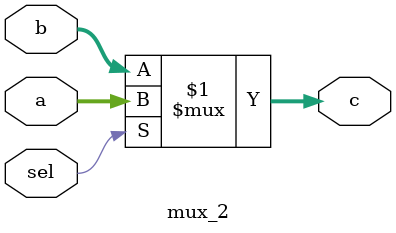
<source format=v>
module mux_2 #(parameter width = 6)(
    output [width-1:0]c,
    input  [width-1:0]a,
    input  [width-1:0]b,
    input  sel
);
    assign c = sel ? a : b;
    
endmodule

</source>
